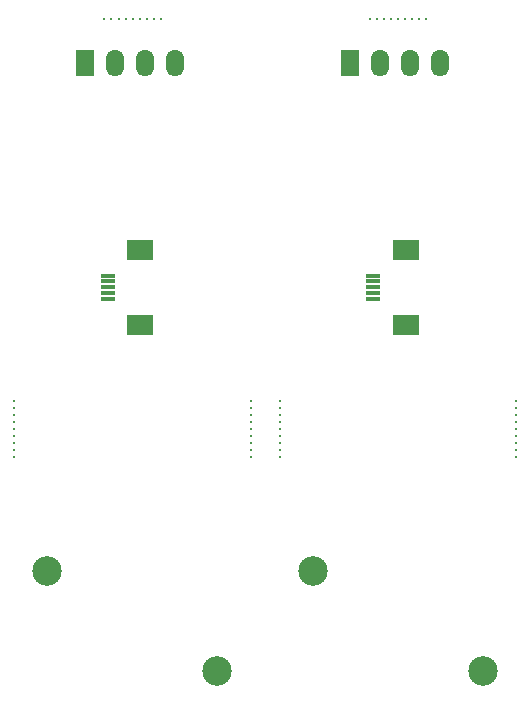
<source format=gbr>
%TF.GenerationSoftware,KiCad,Pcbnew,(5.1.10-1-10_14)*%
%TF.CreationDate,2021-07-07T23:54:26+09:00*%
%TF.ProjectId,StickPlate,53746963-6b50-46c6-9174-652e6b696361,rev?*%
%TF.SameCoordinates,Original*%
%TF.FileFunction,Soldermask,Top*%
%TF.FilePolarity,Negative*%
%FSLAX46Y46*%
G04 Gerber Fmt 4.6, Leading zero omitted, Abs format (unit mm)*
G04 Created by KiCad (PCBNEW (5.1.10-1-10_14)) date 2021-07-07 23:54:27*
%MOMM*%
%LPD*%
G01*
G04 APERTURE LIST*
%ADD10C,0.300000*%
%ADD11C,2.500000*%
%ADD12R,2.200000X1.800000*%
%ADD13R,1.300000X0.300000*%
%ADD14O,1.524000X2.286000*%
%ADD15R,1.524000X2.286000*%
G04 APERTURE END LIST*
D10*
%TO.C,REF\u002A\u002A*%
X140062500Y-70500000D03*
X138875000Y-70500000D03*
X140656250Y-70500000D03*
X139468750Y-70500000D03*
X143625000Y-70500000D03*
X143031250Y-70500000D03*
X142437500Y-70500000D03*
X141843750Y-70500000D03*
X141250000Y-70500000D03*
%TD*%
%TO.C,REF\u002A\u002A*%
X162562500Y-70500000D03*
X161375000Y-70500000D03*
X163156250Y-70500000D03*
X161968750Y-70500000D03*
X166125000Y-70500000D03*
X165531250Y-70500000D03*
X164937500Y-70500000D03*
X164343750Y-70500000D03*
X163750000Y-70500000D03*
%TD*%
%TO.C,REF\u002A\u002A*%
X173750000Y-105250000D03*
X173750000Y-105843750D03*
X173750000Y-106437500D03*
X173750000Y-107031250D03*
X173750000Y-107625000D03*
X173750000Y-103468750D03*
X173750000Y-104656250D03*
X173750000Y-102875000D03*
X173750000Y-104062500D03*
%TD*%
%TO.C,REF\u002A\u002A*%
X153750000Y-105250000D03*
X153750000Y-105843750D03*
X153750000Y-106437500D03*
X153750000Y-107031250D03*
X153750000Y-107625000D03*
X153750000Y-103468750D03*
X153750000Y-104656250D03*
X153750000Y-102875000D03*
X153750000Y-104062500D03*
%TD*%
%TO.C,REF\u002A\u002A*%
X151250000Y-105250000D03*
X151250000Y-105843750D03*
X151250000Y-106437500D03*
X151250000Y-107031250D03*
X151250000Y-107625000D03*
X151250000Y-103468750D03*
X151250000Y-104656250D03*
X151250000Y-102875000D03*
X151250000Y-104062500D03*
%TD*%
%TO.C,REF\u002A\u002A*%
X131250000Y-104062500D03*
X131250000Y-102875000D03*
X131250000Y-104656250D03*
X131250000Y-103468750D03*
X131250000Y-107625000D03*
X131250000Y-107031250D03*
X131250000Y-106437500D03*
X131250000Y-105843750D03*
X131250000Y-105250000D03*
%TD*%
D11*
%TO.C,REF\u002A\u002A*%
X156500000Y-117250000D03*
%TD*%
%TO.C,REF\u002A\u002A*%
X170930000Y-125770000D03*
%TD*%
%TO.C,REF\u002A\u002A*%
X134000000Y-117250000D03*
%TD*%
%TO.C,REF\u002A\u002A*%
X148430000Y-125770000D03*
%TD*%
D12*
%TO.C,J2*%
X141900000Y-90100000D03*
X141900000Y-96400000D03*
D13*
X139150000Y-94250000D03*
X139150000Y-93750000D03*
X139150000Y-93250000D03*
X139150000Y-92750000D03*
X139150000Y-92250000D03*
%TD*%
D14*
%TO.C,J1*%
X144810000Y-74250000D03*
X142270000Y-74250000D03*
X139730000Y-74250000D03*
D15*
X137190000Y-74250000D03*
%TD*%
D14*
%TO.C,J5*%
X167310000Y-74250000D03*
X164770000Y-74250000D03*
X162230000Y-74250000D03*
D15*
X159690000Y-74250000D03*
%TD*%
D12*
%TO.C,J6*%
X164400000Y-90100000D03*
X164400000Y-96400000D03*
D13*
X161650000Y-94250000D03*
X161650000Y-93750000D03*
X161650000Y-93250000D03*
X161650000Y-92750000D03*
X161650000Y-92250000D03*
%TD*%
M02*

</source>
